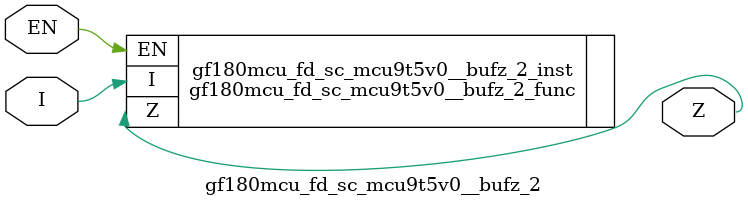
<source format=v>

module gf180mcu_fd_sc_mcu9t5v0__bufz_2( EN, I, Z );
input EN, I;
output Z;

   `ifdef FUNCTIONAL  //  functional //

	gf180mcu_fd_sc_mcu9t5v0__bufz_2_func gf180mcu_fd_sc_mcu9t5v0__bufz_2_behav_inst(.EN(EN),.I(I),.Z(Z));

   `else

	gf180mcu_fd_sc_mcu9t5v0__bufz_2_func gf180mcu_fd_sc_mcu9t5v0__bufz_2_inst(.EN(EN),.I(I),.Z(Z));

	// spec_gates_begin


	// spec_gates_end



   specify

	// specify_block_begin

	// comb arc EN --> Z
	 (EN => Z) = (1.0,1.0);

	// comb arc I --> Z
	 (I => Z) = (1.0,1.0);

	// specify_block_end

   endspecify

   `endif

endmodule

</source>
